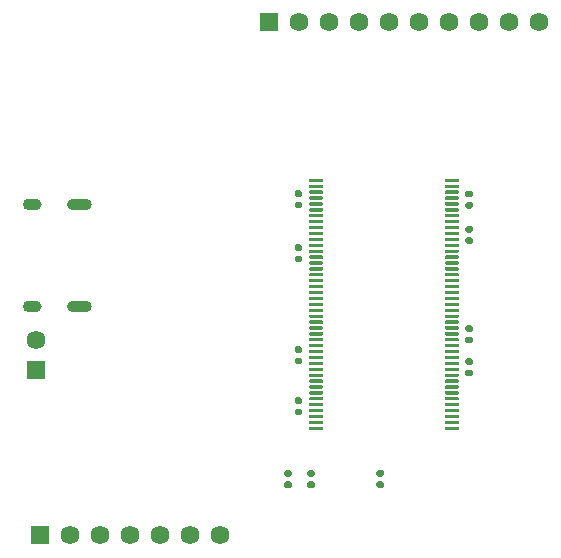
<source format=gbr>
%TF.GenerationSoftware,KiCad,Pcbnew,8.99.0-2608-ga0707285a1*%
%TF.CreationDate,2024-10-22T01:28:05-04:00*%
%TF.ProjectId,shinobi,7368696e-6f62-4692-9e6b-696361645f70,rev?*%
%TF.SameCoordinates,Original*%
%TF.FileFunction,Soldermask,Bot*%
%TF.FilePolarity,Negative*%
%FSLAX46Y46*%
G04 Gerber Fmt 4.6, Leading zero omitted, Abs format (unit mm)*
G04 Created by KiCad (PCBNEW 8.99.0-2608-ga0707285a1) date 2024-10-22 01:28:05*
%MOMM*%
%LPD*%
G01*
G04 APERTURE LIST*
%ADD10R,1.584000X1.584000*%
%ADD11C,1.584000*%
G04 APERTURE END LIST*
D10*
X147830100Y-83291600D03*
D11*
X150370100Y-83291600D03*
X152910100Y-83291600D03*
X155450100Y-83291600D03*
X157990100Y-83291600D03*
X160530100Y-83291600D03*
X163070100Y-83291600D03*
X165610100Y-83291600D03*
X168150100Y-83291600D03*
X170690100Y-83291600D03*
D10*
X128124900Y-112697400D03*
D11*
X128124900Y-110157400D03*
G36*
G01*
X127006450Y-98707400D02*
X127006450Y-98707400D01*
G75*
G02*
X127506450Y-98207400I500000J0D01*
G01*
X128106450Y-98207400D01*
G75*
G02*
X128606450Y-98707400I0J-500000D01*
G01*
X128606450Y-98707400D01*
G75*
G02*
X128106450Y-99207400I-500000J0D01*
G01*
X127506450Y-99207400D01*
G75*
G02*
X127006450Y-98707400I0J500000D01*
G01*
G37*
G36*
G01*
X127006450Y-107347400D02*
X127006450Y-107347400D01*
G75*
G02*
X127506450Y-106847400I500000J0D01*
G01*
X128106450Y-106847400D01*
G75*
G02*
X128606450Y-107347400I0J-500000D01*
G01*
X128606450Y-107347400D01*
G75*
G02*
X128106450Y-107847400I-500000J0D01*
G01*
X127506450Y-107847400D01*
G75*
G02*
X127006450Y-107347400I0J500000D01*
G01*
G37*
G36*
G01*
X130756450Y-98707400D02*
X130756450Y-98707400D01*
G75*
G02*
X131256450Y-98207400I500000J0D01*
G01*
X132356450Y-98207400D01*
G75*
G02*
X132856450Y-98707400I0J-500000D01*
G01*
X132856450Y-98707400D01*
G75*
G02*
X132356450Y-99207400I-500000J0D01*
G01*
X131256450Y-99207400D01*
G75*
G02*
X130756450Y-98707400I0J500000D01*
G01*
G37*
G36*
G01*
X130756450Y-107347400D02*
X130756450Y-107347400D01*
G75*
G02*
X131256450Y-106847400I500000J0D01*
G01*
X132356450Y-106847400D01*
G75*
G02*
X132856450Y-107347400I0J-500000D01*
G01*
X132856450Y-107347400D01*
G75*
G02*
X132356450Y-107847400I-500000J0D01*
G01*
X131256450Y-107847400D01*
G75*
G02*
X130756450Y-107347400I0J500000D01*
G01*
G37*
D10*
X128510100Y-126725600D03*
D11*
X131050100Y-126725600D03*
X133590100Y-126725600D03*
X136130100Y-126725600D03*
X138670100Y-126725600D03*
X141210100Y-126725600D03*
X143750100Y-126725600D03*
G36*
G01*
X150513100Y-103609600D02*
X150173100Y-103609600D01*
G75*
G02*
X150033100Y-103469600I0J140000D01*
G01*
X150033100Y-103189600D01*
G75*
G02*
X150173100Y-103049600I140000J0D01*
G01*
X150513100Y-103049600D01*
G75*
G02*
X150653100Y-103189600I0J-140000D01*
G01*
X150653100Y-103469600D01*
G75*
G02*
X150513100Y-103609600I-140000J0D01*
G01*
G37*
G36*
G01*
X150513100Y-102649600D02*
X150173100Y-102649600D01*
G75*
G02*
X150033100Y-102509600I0J140000D01*
G01*
X150033100Y-102229600D01*
G75*
G02*
X150173100Y-102089600I140000J0D01*
G01*
X150513100Y-102089600D01*
G75*
G02*
X150653100Y-102229600I0J-140000D01*
G01*
X150653100Y-102509600D01*
G75*
G02*
X150513100Y-102649600I-140000J0D01*
G01*
G37*
G36*
G01*
X164631100Y-111743600D02*
X164971100Y-111743600D01*
G75*
G02*
X165111100Y-111883600I0J-140000D01*
G01*
X165111100Y-112163600D01*
G75*
G02*
X164971100Y-112303600I-140000J0D01*
G01*
X164631100Y-112303600D01*
G75*
G02*
X164491100Y-112163600I0J140000D01*
G01*
X164491100Y-111883600D01*
G75*
G02*
X164631100Y-111743600I140000J0D01*
G01*
G37*
G36*
G01*
X164631100Y-112703600D02*
X164971100Y-112703600D01*
G75*
G02*
X165111100Y-112843600I0J-140000D01*
G01*
X165111100Y-113123600D01*
G75*
G02*
X164971100Y-113263600I-140000J0D01*
G01*
X164631100Y-113263600D01*
G75*
G02*
X164491100Y-113123600I0J140000D01*
G01*
X164491100Y-112843600D01*
G75*
G02*
X164631100Y-112703600I140000J0D01*
G01*
G37*
G36*
G01*
X150173100Y-97517600D02*
X150513100Y-97517600D01*
G75*
G02*
X150653100Y-97657600I0J-140000D01*
G01*
X150653100Y-97937600D01*
G75*
G02*
X150513100Y-98077600I-140000J0D01*
G01*
X150173100Y-98077600D01*
G75*
G02*
X150033100Y-97937600I0J140000D01*
G01*
X150033100Y-97657600D01*
G75*
G02*
X150173100Y-97517600I140000J0D01*
G01*
G37*
G36*
G01*
X150173100Y-98477600D02*
X150513100Y-98477600D01*
G75*
G02*
X150653100Y-98617600I0J-140000D01*
G01*
X150653100Y-98897600D01*
G75*
G02*
X150513100Y-99037600I-140000J0D01*
G01*
X150173100Y-99037600D01*
G75*
G02*
X150033100Y-98897600I0J140000D01*
G01*
X150033100Y-98617600D01*
G75*
G02*
X150173100Y-98477600I140000J0D01*
G01*
G37*
G36*
G01*
X157098100Y-121202600D02*
X157438100Y-121202600D01*
G75*
G02*
X157578100Y-121342600I0J-140000D01*
G01*
X157578100Y-121622600D01*
G75*
G02*
X157438100Y-121762600I-140000J0D01*
G01*
X157098100Y-121762600D01*
G75*
G02*
X156958100Y-121622600I0J140000D01*
G01*
X156958100Y-121342600D01*
G75*
G02*
X157098100Y-121202600I140000J0D01*
G01*
G37*
G36*
G01*
X157098100Y-122162600D02*
X157438100Y-122162600D01*
G75*
G02*
X157578100Y-122302600I0J-140000D01*
G01*
X157578100Y-122582600D01*
G75*
G02*
X157438100Y-122722600I-140000J0D01*
G01*
X157098100Y-122722600D01*
G75*
G02*
X156958100Y-122582600I0J140000D01*
G01*
X156958100Y-122302600D01*
G75*
G02*
X157098100Y-122162600I140000J0D01*
G01*
G37*
G36*
G01*
X164631100Y-108943600D02*
X164971100Y-108943600D01*
G75*
G02*
X165111100Y-109083600I0J-140000D01*
G01*
X165111100Y-109363600D01*
G75*
G02*
X164971100Y-109503600I-140000J0D01*
G01*
X164631100Y-109503600D01*
G75*
G02*
X164491100Y-109363600I0J140000D01*
G01*
X164491100Y-109083600D01*
G75*
G02*
X164631100Y-108943600I140000J0D01*
G01*
G37*
G36*
G01*
X164631100Y-109903600D02*
X164971100Y-109903600D01*
G75*
G02*
X165111100Y-110043600I0J-140000D01*
G01*
X165111100Y-110323600D01*
G75*
G02*
X164971100Y-110463600I-140000J0D01*
G01*
X164631100Y-110463600D01*
G75*
G02*
X164491100Y-110323600I0J140000D01*
G01*
X164491100Y-110043600D01*
G75*
G02*
X164631100Y-109903600I140000J0D01*
G01*
G37*
G36*
G01*
X164971100Y-102063600D02*
X164631100Y-102063600D01*
G75*
G02*
X164491100Y-101923600I0J140000D01*
G01*
X164491100Y-101643600D01*
G75*
G02*
X164631100Y-101503600I140000J0D01*
G01*
X164971100Y-101503600D01*
G75*
G02*
X165111100Y-101643600I0J-140000D01*
G01*
X165111100Y-101923600D01*
G75*
G02*
X164971100Y-102063600I-140000J0D01*
G01*
G37*
G36*
G01*
X164971100Y-101103600D02*
X164631100Y-101103600D01*
G75*
G02*
X164491100Y-100963600I0J140000D01*
G01*
X164491100Y-100683600D01*
G75*
G02*
X164631100Y-100543600I140000J0D01*
G01*
X164971100Y-100543600D01*
G75*
G02*
X165111100Y-100683600I0J-140000D01*
G01*
X165111100Y-100963600D01*
G75*
G02*
X164971100Y-101103600I-140000J0D01*
G01*
G37*
G36*
G01*
X150513100Y-116563600D02*
X150173100Y-116563600D01*
G75*
G02*
X150033100Y-116423600I0J140000D01*
G01*
X150033100Y-116143600D01*
G75*
G02*
X150173100Y-116003600I140000J0D01*
G01*
X150513100Y-116003600D01*
G75*
G02*
X150653100Y-116143600I0J-140000D01*
G01*
X150653100Y-116423600D01*
G75*
G02*
X150513100Y-116563600I-140000J0D01*
G01*
G37*
G36*
G01*
X150513100Y-115603600D02*
X150173100Y-115603600D01*
G75*
G02*
X150033100Y-115463600I0J140000D01*
G01*
X150033100Y-115183600D01*
G75*
G02*
X150173100Y-115043600I140000J0D01*
G01*
X150513100Y-115043600D01*
G75*
G02*
X150653100Y-115183600I0J-140000D01*
G01*
X150653100Y-115463600D01*
G75*
G02*
X150513100Y-115603600I-140000J0D01*
G01*
G37*
G36*
G01*
X149298100Y-121202600D02*
X149638100Y-121202600D01*
G75*
G02*
X149778100Y-121342600I0J-140000D01*
G01*
X149778100Y-121622600D01*
G75*
G02*
X149638100Y-121762600I-140000J0D01*
G01*
X149298100Y-121762600D01*
G75*
G02*
X149158100Y-121622600I0J140000D01*
G01*
X149158100Y-121342600D01*
G75*
G02*
X149298100Y-121202600I140000J0D01*
G01*
G37*
G36*
G01*
X149298100Y-122162600D02*
X149638100Y-122162600D01*
G75*
G02*
X149778100Y-122302600I0J-140000D01*
G01*
X149778100Y-122582600D01*
G75*
G02*
X149638100Y-122722600I-140000J0D01*
G01*
X149298100Y-122722600D01*
G75*
G02*
X149158100Y-122582600I0J140000D01*
G01*
X149158100Y-122302600D01*
G75*
G02*
X149298100Y-122162600I140000J0D01*
G01*
G37*
G36*
G01*
X164971100Y-99063600D02*
X164631100Y-99063600D01*
G75*
G02*
X164491100Y-98923600I0J140000D01*
G01*
X164491100Y-98643600D01*
G75*
G02*
X164631100Y-98503600I140000J0D01*
G01*
X164971100Y-98503600D01*
G75*
G02*
X165111100Y-98643600I0J-140000D01*
G01*
X165111100Y-98923600D01*
G75*
G02*
X164971100Y-99063600I-140000J0D01*
G01*
G37*
G36*
G01*
X164971100Y-98103600D02*
X164631100Y-98103600D01*
G75*
G02*
X164491100Y-97963600I0J140000D01*
G01*
X164491100Y-97683600D01*
G75*
G02*
X164631100Y-97543600I140000J0D01*
G01*
X164971100Y-97543600D01*
G75*
G02*
X165111100Y-97683600I0J-140000D01*
G01*
X165111100Y-97963600D01*
G75*
G02*
X164971100Y-98103600I-140000J0D01*
G01*
G37*
G36*
G01*
X151248100Y-121202600D02*
X151588100Y-121202600D01*
G75*
G02*
X151728100Y-121342600I0J-140000D01*
G01*
X151728100Y-121622600D01*
G75*
G02*
X151588100Y-121762600I-140000J0D01*
G01*
X151248100Y-121762600D01*
G75*
G02*
X151108100Y-121622600I0J140000D01*
G01*
X151108100Y-121342600D01*
G75*
G02*
X151248100Y-121202600I140000J0D01*
G01*
G37*
G36*
G01*
X151248100Y-122162600D02*
X151588100Y-122162600D01*
G75*
G02*
X151728100Y-122302600I0J-140000D01*
G01*
X151728100Y-122582600D01*
G75*
G02*
X151588100Y-122722600I-140000J0D01*
G01*
X151248100Y-122722600D01*
G75*
G02*
X151108100Y-122582600I0J140000D01*
G01*
X151108100Y-122302600D01*
G75*
G02*
X151248100Y-122162600I140000J0D01*
G01*
G37*
G36*
G01*
X150173100Y-110725600D02*
X150513100Y-110725600D01*
G75*
G02*
X150653100Y-110865600I0J-140000D01*
G01*
X150653100Y-111145600D01*
G75*
G02*
X150513100Y-111285600I-140000J0D01*
G01*
X150173100Y-111285600D01*
G75*
G02*
X150033100Y-111145600I0J140000D01*
G01*
X150033100Y-110865600D01*
G75*
G02*
X150173100Y-110725600I140000J0D01*
G01*
G37*
G36*
G01*
X150173100Y-111685600D02*
X150513100Y-111685600D01*
G75*
G02*
X150653100Y-111825600I0J-140000D01*
G01*
X150653100Y-112105600D01*
G75*
G02*
X150513100Y-112245600I-140000J0D01*
G01*
X150173100Y-112245600D01*
G75*
G02*
X150033100Y-112105600I0J140000D01*
G01*
X150033100Y-111825600D01*
G75*
G02*
X150173100Y-111685600I140000J0D01*
G01*
G37*
G36*
G01*
X151239850Y-117731100D02*
X151239850Y-117604100D01*
G75*
G02*
X151316050Y-117527900I76200J0D01*
G01*
X152370150Y-117527900D01*
G75*
G02*
X152446350Y-117604100I0J-76200D01*
G01*
X152446350Y-117731100D01*
G75*
G02*
X152370150Y-117807300I-76200J0D01*
G01*
X151316050Y-117807300D01*
G75*
G02*
X151239850Y-117731100I0J76200D01*
G01*
G37*
G36*
G01*
X151239850Y-117231100D02*
X151239850Y-117104100D01*
G75*
G02*
X151316050Y-117027900I76200J0D01*
G01*
X152370150Y-117027900D01*
G75*
G02*
X152446350Y-117104100I0J-76200D01*
G01*
X152446350Y-117231100D01*
G75*
G02*
X152370150Y-117307300I-76200J0D01*
G01*
X151316050Y-117307300D01*
G75*
G02*
X151239850Y-117231100I0J76200D01*
G01*
G37*
G36*
G01*
X151239850Y-116731100D02*
X151239850Y-116604100D01*
G75*
G02*
X151316050Y-116527900I76200J0D01*
G01*
X152370150Y-116527900D01*
G75*
G02*
X152446350Y-116604100I0J-76200D01*
G01*
X152446350Y-116731100D01*
G75*
G02*
X152370150Y-116807300I-76200J0D01*
G01*
X151316050Y-116807300D01*
G75*
G02*
X151239850Y-116731100I0J76200D01*
G01*
G37*
G36*
G01*
X151239850Y-116231100D02*
X151239850Y-116104100D01*
G75*
G02*
X151316050Y-116027900I76200J0D01*
G01*
X152370150Y-116027900D01*
G75*
G02*
X152446350Y-116104100I0J-76200D01*
G01*
X152446350Y-116231100D01*
G75*
G02*
X152370150Y-116307300I-76200J0D01*
G01*
X151316050Y-116307300D01*
G75*
G02*
X151239850Y-116231100I0J76200D01*
G01*
G37*
G36*
G01*
X151239850Y-115731100D02*
X151239850Y-115604100D01*
G75*
G02*
X151316050Y-115527900I76200J0D01*
G01*
X152370150Y-115527900D01*
G75*
G02*
X152446350Y-115604100I0J-76200D01*
G01*
X152446350Y-115731100D01*
G75*
G02*
X152370150Y-115807300I-76200J0D01*
G01*
X151316050Y-115807300D01*
G75*
G02*
X151239850Y-115731100I0J76200D01*
G01*
G37*
G36*
G01*
X151239850Y-115231100D02*
X151239850Y-115104100D01*
G75*
G02*
X151316050Y-115027900I76200J0D01*
G01*
X152370150Y-115027900D01*
G75*
G02*
X152446350Y-115104100I0J-76200D01*
G01*
X152446350Y-115231100D01*
G75*
G02*
X152370150Y-115307300I-76200J0D01*
G01*
X151316050Y-115307300D01*
G75*
G02*
X151239850Y-115231100I0J76200D01*
G01*
G37*
G36*
G01*
X151239850Y-114731100D02*
X151239850Y-114604100D01*
G75*
G02*
X151316050Y-114527900I76200J0D01*
G01*
X152370150Y-114527900D01*
G75*
G02*
X152446350Y-114604100I0J-76200D01*
G01*
X152446350Y-114731100D01*
G75*
G02*
X152370150Y-114807300I-76200J0D01*
G01*
X151316050Y-114807300D01*
G75*
G02*
X151239850Y-114731100I0J76200D01*
G01*
G37*
G36*
G01*
X151239850Y-114231100D02*
X151239850Y-114104100D01*
G75*
G02*
X151316050Y-114027900I76200J0D01*
G01*
X152370150Y-114027900D01*
G75*
G02*
X152446350Y-114104100I0J-76200D01*
G01*
X152446350Y-114231100D01*
G75*
G02*
X152370150Y-114307300I-76200J0D01*
G01*
X151316050Y-114307300D01*
G75*
G02*
X151239850Y-114231100I0J76200D01*
G01*
G37*
G36*
G01*
X151239850Y-113731100D02*
X151239850Y-113604100D01*
G75*
G02*
X151316050Y-113527900I76200J0D01*
G01*
X152370150Y-113527900D01*
G75*
G02*
X152446350Y-113604100I0J-76200D01*
G01*
X152446350Y-113731100D01*
G75*
G02*
X152370150Y-113807300I-76200J0D01*
G01*
X151316050Y-113807300D01*
G75*
G02*
X151239850Y-113731100I0J76200D01*
G01*
G37*
G36*
G01*
X151239850Y-113231100D02*
X151239850Y-113104100D01*
G75*
G02*
X151316050Y-113027900I76200J0D01*
G01*
X152370150Y-113027900D01*
G75*
G02*
X152446350Y-113104100I0J-76200D01*
G01*
X152446350Y-113231100D01*
G75*
G02*
X152370150Y-113307300I-76200J0D01*
G01*
X151316050Y-113307300D01*
G75*
G02*
X151239850Y-113231100I0J76200D01*
G01*
G37*
G36*
G01*
X151239850Y-112731100D02*
X151239850Y-112604100D01*
G75*
G02*
X151316050Y-112527900I76200J0D01*
G01*
X152370150Y-112527900D01*
G75*
G02*
X152446350Y-112604100I0J-76200D01*
G01*
X152446350Y-112731100D01*
G75*
G02*
X152370150Y-112807300I-76200J0D01*
G01*
X151316050Y-112807300D01*
G75*
G02*
X151239850Y-112731100I0J76200D01*
G01*
G37*
G36*
G01*
X151239850Y-112231100D02*
X151239850Y-112104100D01*
G75*
G02*
X151316050Y-112027900I76200J0D01*
G01*
X152370150Y-112027900D01*
G75*
G02*
X152446350Y-112104100I0J-76200D01*
G01*
X152446350Y-112231100D01*
G75*
G02*
X152370150Y-112307300I-76200J0D01*
G01*
X151316050Y-112307300D01*
G75*
G02*
X151239850Y-112231100I0J76200D01*
G01*
G37*
G36*
G01*
X151239850Y-111731100D02*
X151239850Y-111604100D01*
G75*
G02*
X151316050Y-111527900I76200J0D01*
G01*
X152370150Y-111527900D01*
G75*
G02*
X152446350Y-111604100I0J-76200D01*
G01*
X152446350Y-111731100D01*
G75*
G02*
X152370150Y-111807300I-76200J0D01*
G01*
X151316050Y-111807300D01*
G75*
G02*
X151239850Y-111731100I0J76200D01*
G01*
G37*
G36*
G01*
X151239850Y-111231100D02*
X151239850Y-111104100D01*
G75*
G02*
X151316050Y-111027900I76200J0D01*
G01*
X152370150Y-111027900D01*
G75*
G02*
X152446350Y-111104100I0J-76200D01*
G01*
X152446350Y-111231100D01*
G75*
G02*
X152370150Y-111307300I-76200J0D01*
G01*
X151316050Y-111307300D01*
G75*
G02*
X151239850Y-111231100I0J76200D01*
G01*
G37*
G36*
G01*
X151239850Y-110731100D02*
X151239850Y-110604100D01*
G75*
G02*
X151316050Y-110527900I76200J0D01*
G01*
X152370150Y-110527900D01*
G75*
G02*
X152446350Y-110604100I0J-76200D01*
G01*
X152446350Y-110731100D01*
G75*
G02*
X152370150Y-110807300I-76200J0D01*
G01*
X151316050Y-110807300D01*
G75*
G02*
X151239850Y-110731100I0J76200D01*
G01*
G37*
G36*
G01*
X151239850Y-110231100D02*
X151239850Y-110104100D01*
G75*
G02*
X151316050Y-110027900I76200J0D01*
G01*
X152370150Y-110027900D01*
G75*
G02*
X152446350Y-110104100I0J-76200D01*
G01*
X152446350Y-110231100D01*
G75*
G02*
X152370150Y-110307300I-76200J0D01*
G01*
X151316050Y-110307300D01*
G75*
G02*
X151239850Y-110231100I0J76200D01*
G01*
G37*
G36*
G01*
X151239850Y-109731100D02*
X151239850Y-109604100D01*
G75*
G02*
X151316050Y-109527900I76200J0D01*
G01*
X152370150Y-109527900D01*
G75*
G02*
X152446350Y-109604100I0J-76200D01*
G01*
X152446350Y-109731100D01*
G75*
G02*
X152370150Y-109807300I-76200J0D01*
G01*
X151316050Y-109807300D01*
G75*
G02*
X151239850Y-109731100I0J76200D01*
G01*
G37*
G36*
G01*
X151239850Y-109231100D02*
X151239850Y-109104100D01*
G75*
G02*
X151316050Y-109027900I76200J0D01*
G01*
X152370150Y-109027900D01*
G75*
G02*
X152446350Y-109104100I0J-76200D01*
G01*
X152446350Y-109231100D01*
G75*
G02*
X152370150Y-109307300I-76200J0D01*
G01*
X151316050Y-109307300D01*
G75*
G02*
X151239850Y-109231100I0J76200D01*
G01*
G37*
G36*
G01*
X151239850Y-108731100D02*
X151239850Y-108604100D01*
G75*
G02*
X151316050Y-108527900I76200J0D01*
G01*
X152370150Y-108527900D01*
G75*
G02*
X152446350Y-108604100I0J-76200D01*
G01*
X152446350Y-108731100D01*
G75*
G02*
X152370150Y-108807300I-76200J0D01*
G01*
X151316050Y-108807300D01*
G75*
G02*
X151239850Y-108731100I0J76200D01*
G01*
G37*
G36*
G01*
X151239850Y-108231100D02*
X151239850Y-108104100D01*
G75*
G02*
X151316050Y-108027900I76200J0D01*
G01*
X152370150Y-108027900D01*
G75*
G02*
X152446350Y-108104100I0J-76200D01*
G01*
X152446350Y-108231100D01*
G75*
G02*
X152370150Y-108307300I-76200J0D01*
G01*
X151316050Y-108307300D01*
G75*
G02*
X151239850Y-108231100I0J76200D01*
G01*
G37*
G36*
G01*
X151239850Y-107731100D02*
X151239850Y-107604100D01*
G75*
G02*
X151316050Y-107527900I76200J0D01*
G01*
X152370150Y-107527900D01*
G75*
G02*
X152446350Y-107604100I0J-76200D01*
G01*
X152446350Y-107731100D01*
G75*
G02*
X152370150Y-107807300I-76200J0D01*
G01*
X151316050Y-107807300D01*
G75*
G02*
X151239850Y-107731100I0J76200D01*
G01*
G37*
G36*
G01*
X151239850Y-107231100D02*
X151239850Y-107104100D01*
G75*
G02*
X151316050Y-107027900I76200J0D01*
G01*
X152370150Y-107027900D01*
G75*
G02*
X152446350Y-107104100I0J-76200D01*
G01*
X152446350Y-107231100D01*
G75*
G02*
X152370150Y-107307300I-76200J0D01*
G01*
X151316050Y-107307300D01*
G75*
G02*
X151239850Y-107231100I0J76200D01*
G01*
G37*
G36*
G01*
X151239850Y-106731100D02*
X151239850Y-106604100D01*
G75*
G02*
X151316050Y-106527900I76200J0D01*
G01*
X152370150Y-106527900D01*
G75*
G02*
X152446350Y-106604100I0J-76200D01*
G01*
X152446350Y-106731100D01*
G75*
G02*
X152370150Y-106807300I-76200J0D01*
G01*
X151316050Y-106807300D01*
G75*
G02*
X151239850Y-106731100I0J76200D01*
G01*
G37*
G36*
G01*
X151239850Y-106231100D02*
X151239850Y-106104100D01*
G75*
G02*
X151316050Y-106027900I76200J0D01*
G01*
X152370150Y-106027900D01*
G75*
G02*
X152446350Y-106104100I0J-76200D01*
G01*
X152446350Y-106231100D01*
G75*
G02*
X152370150Y-106307300I-76200J0D01*
G01*
X151316050Y-106307300D01*
G75*
G02*
X151239850Y-106231100I0J76200D01*
G01*
G37*
G36*
G01*
X151239850Y-105731100D02*
X151239850Y-105604100D01*
G75*
G02*
X151316050Y-105527900I76200J0D01*
G01*
X152370150Y-105527900D01*
G75*
G02*
X152446350Y-105604100I0J-76200D01*
G01*
X152446350Y-105731100D01*
G75*
G02*
X152370150Y-105807300I-76200J0D01*
G01*
X151316050Y-105807300D01*
G75*
G02*
X151239850Y-105731100I0J76200D01*
G01*
G37*
G36*
G01*
X151239850Y-105231100D02*
X151239850Y-105104100D01*
G75*
G02*
X151316050Y-105027900I76200J0D01*
G01*
X152370150Y-105027900D01*
G75*
G02*
X152446350Y-105104100I0J-76200D01*
G01*
X152446350Y-105231100D01*
G75*
G02*
X152370150Y-105307300I-76200J0D01*
G01*
X151316050Y-105307300D01*
G75*
G02*
X151239850Y-105231100I0J76200D01*
G01*
G37*
G36*
G01*
X151239850Y-104731100D02*
X151239850Y-104604100D01*
G75*
G02*
X151316050Y-104527900I76200J0D01*
G01*
X152370150Y-104527900D01*
G75*
G02*
X152446350Y-104604100I0J-76200D01*
G01*
X152446350Y-104731100D01*
G75*
G02*
X152370150Y-104807300I-76200J0D01*
G01*
X151316050Y-104807300D01*
G75*
G02*
X151239850Y-104731100I0J76200D01*
G01*
G37*
G36*
G01*
X151239850Y-104231100D02*
X151239850Y-104104100D01*
G75*
G02*
X151316050Y-104027900I76200J0D01*
G01*
X152370150Y-104027900D01*
G75*
G02*
X152446350Y-104104100I0J-76200D01*
G01*
X152446350Y-104231100D01*
G75*
G02*
X152370150Y-104307300I-76200J0D01*
G01*
X151316050Y-104307300D01*
G75*
G02*
X151239850Y-104231100I0J76200D01*
G01*
G37*
G36*
G01*
X151239850Y-103731100D02*
X151239850Y-103604100D01*
G75*
G02*
X151316050Y-103527900I76200J0D01*
G01*
X152370150Y-103527900D01*
G75*
G02*
X152446350Y-103604100I0J-76200D01*
G01*
X152446350Y-103731100D01*
G75*
G02*
X152370150Y-103807300I-76200J0D01*
G01*
X151316050Y-103807300D01*
G75*
G02*
X151239850Y-103731100I0J76200D01*
G01*
G37*
G36*
G01*
X151239850Y-103231100D02*
X151239850Y-103104100D01*
G75*
G02*
X151316050Y-103027900I76200J0D01*
G01*
X152370150Y-103027900D01*
G75*
G02*
X152446350Y-103104100I0J-76200D01*
G01*
X152446350Y-103231100D01*
G75*
G02*
X152370150Y-103307300I-76200J0D01*
G01*
X151316050Y-103307300D01*
G75*
G02*
X151239850Y-103231100I0J76200D01*
G01*
G37*
G36*
G01*
X151239850Y-102731100D02*
X151239850Y-102604100D01*
G75*
G02*
X151316050Y-102527900I76200J0D01*
G01*
X152370150Y-102527900D01*
G75*
G02*
X152446350Y-102604100I0J-76200D01*
G01*
X152446350Y-102731100D01*
G75*
G02*
X152370150Y-102807300I-76200J0D01*
G01*
X151316050Y-102807300D01*
G75*
G02*
X151239850Y-102731100I0J76200D01*
G01*
G37*
G36*
G01*
X151239850Y-102231100D02*
X151239850Y-102104100D01*
G75*
G02*
X151316050Y-102027900I76200J0D01*
G01*
X152370150Y-102027900D01*
G75*
G02*
X152446350Y-102104100I0J-76200D01*
G01*
X152446350Y-102231100D01*
G75*
G02*
X152370150Y-102307300I-76200J0D01*
G01*
X151316050Y-102307300D01*
G75*
G02*
X151239850Y-102231100I0J76200D01*
G01*
G37*
G36*
G01*
X151239850Y-101731100D02*
X151239850Y-101604100D01*
G75*
G02*
X151316050Y-101527900I76200J0D01*
G01*
X152370150Y-101527900D01*
G75*
G02*
X152446350Y-101604100I0J-76200D01*
G01*
X152446350Y-101731100D01*
G75*
G02*
X152370150Y-101807300I-76200J0D01*
G01*
X151316050Y-101807300D01*
G75*
G02*
X151239850Y-101731100I0J76200D01*
G01*
G37*
G36*
G01*
X151239850Y-101231100D02*
X151239850Y-101104100D01*
G75*
G02*
X151316050Y-101027900I76200J0D01*
G01*
X152370150Y-101027900D01*
G75*
G02*
X152446350Y-101104100I0J-76200D01*
G01*
X152446350Y-101231100D01*
G75*
G02*
X152370150Y-101307300I-76200J0D01*
G01*
X151316050Y-101307300D01*
G75*
G02*
X151239850Y-101231100I0J76200D01*
G01*
G37*
G36*
G01*
X151239850Y-100731100D02*
X151239850Y-100604100D01*
G75*
G02*
X151316050Y-100527900I76200J0D01*
G01*
X152370150Y-100527900D01*
G75*
G02*
X152446350Y-100604100I0J-76200D01*
G01*
X152446350Y-100731100D01*
G75*
G02*
X152370150Y-100807300I-76200J0D01*
G01*
X151316050Y-100807300D01*
G75*
G02*
X151239850Y-100731100I0J76200D01*
G01*
G37*
G36*
G01*
X151239850Y-100231100D02*
X151239850Y-100104100D01*
G75*
G02*
X151316050Y-100027900I76200J0D01*
G01*
X152370150Y-100027900D01*
G75*
G02*
X152446350Y-100104100I0J-76200D01*
G01*
X152446350Y-100231100D01*
G75*
G02*
X152370150Y-100307300I-76200J0D01*
G01*
X151316050Y-100307300D01*
G75*
G02*
X151239850Y-100231100I0J76200D01*
G01*
G37*
G36*
G01*
X151239850Y-99731100D02*
X151239850Y-99604100D01*
G75*
G02*
X151316050Y-99527900I76200J0D01*
G01*
X152370150Y-99527900D01*
G75*
G02*
X152446350Y-99604100I0J-76200D01*
G01*
X152446350Y-99731100D01*
G75*
G02*
X152370150Y-99807300I-76200J0D01*
G01*
X151316050Y-99807300D01*
G75*
G02*
X151239850Y-99731100I0J76200D01*
G01*
G37*
G36*
G01*
X151239850Y-99231100D02*
X151239850Y-99104100D01*
G75*
G02*
X151316050Y-99027900I76200J0D01*
G01*
X152370150Y-99027900D01*
G75*
G02*
X152446350Y-99104100I0J-76200D01*
G01*
X152446350Y-99231100D01*
G75*
G02*
X152370150Y-99307300I-76200J0D01*
G01*
X151316050Y-99307300D01*
G75*
G02*
X151239850Y-99231100I0J76200D01*
G01*
G37*
G36*
G01*
X151239850Y-98731100D02*
X151239850Y-98604100D01*
G75*
G02*
X151316050Y-98527900I76200J0D01*
G01*
X152370150Y-98527900D01*
G75*
G02*
X152446350Y-98604100I0J-76200D01*
G01*
X152446350Y-98731100D01*
G75*
G02*
X152370150Y-98807300I-76200J0D01*
G01*
X151316050Y-98807300D01*
G75*
G02*
X151239850Y-98731100I0J76200D01*
G01*
G37*
G36*
G01*
X151239850Y-98231100D02*
X151239850Y-98104100D01*
G75*
G02*
X151316050Y-98027900I76200J0D01*
G01*
X152370150Y-98027900D01*
G75*
G02*
X152446350Y-98104100I0J-76200D01*
G01*
X152446350Y-98231100D01*
G75*
G02*
X152370150Y-98307300I-76200J0D01*
G01*
X151316050Y-98307300D01*
G75*
G02*
X151239850Y-98231100I0J76200D01*
G01*
G37*
G36*
G01*
X151239850Y-97731100D02*
X151239850Y-97604100D01*
G75*
G02*
X151316050Y-97527900I76200J0D01*
G01*
X152370150Y-97527900D01*
G75*
G02*
X152446350Y-97604100I0J-76200D01*
G01*
X152446350Y-97731100D01*
G75*
G02*
X152370150Y-97807300I-76200J0D01*
G01*
X151316050Y-97807300D01*
G75*
G02*
X151239850Y-97731100I0J76200D01*
G01*
G37*
G36*
G01*
X151239850Y-97231100D02*
X151239850Y-97104100D01*
G75*
G02*
X151316050Y-97027900I76200J0D01*
G01*
X152370150Y-97027900D01*
G75*
G02*
X152446350Y-97104100I0J-76200D01*
G01*
X152446350Y-97231100D01*
G75*
G02*
X152370150Y-97307300I-76200J0D01*
G01*
X151316050Y-97307300D01*
G75*
G02*
X151239850Y-97231100I0J76200D01*
G01*
G37*
G36*
G01*
X151239850Y-96731100D02*
X151239850Y-96604100D01*
G75*
G02*
X151316050Y-96527900I76200J0D01*
G01*
X152370150Y-96527900D01*
G75*
G02*
X152446350Y-96604100I0J-76200D01*
G01*
X152446350Y-96731100D01*
G75*
G02*
X152370150Y-96807300I-76200J0D01*
G01*
X151316050Y-96807300D01*
G75*
G02*
X151239850Y-96731100I0J76200D01*
G01*
G37*
G36*
G01*
X162739850Y-96731100D02*
X162739850Y-96604100D01*
G75*
G02*
X162816050Y-96527900I76200J0D01*
G01*
X163870150Y-96527900D01*
G75*
G02*
X163946350Y-96604100I0J-76200D01*
G01*
X163946350Y-96731100D01*
G75*
G02*
X163870150Y-96807300I-76200J0D01*
G01*
X162816050Y-96807300D01*
G75*
G02*
X162739850Y-96731100I0J76200D01*
G01*
G37*
G36*
G01*
X162739850Y-97231100D02*
X162739850Y-97104100D01*
G75*
G02*
X162816050Y-97027900I76200J0D01*
G01*
X163870150Y-97027900D01*
G75*
G02*
X163946350Y-97104100I0J-76200D01*
G01*
X163946350Y-97231100D01*
G75*
G02*
X163870150Y-97307300I-76200J0D01*
G01*
X162816050Y-97307300D01*
G75*
G02*
X162739850Y-97231100I0J76200D01*
G01*
G37*
G36*
G01*
X162739850Y-97731100D02*
X162739850Y-97604100D01*
G75*
G02*
X162816050Y-97527900I76200J0D01*
G01*
X163870150Y-97527900D01*
G75*
G02*
X163946350Y-97604100I0J-76200D01*
G01*
X163946350Y-97731100D01*
G75*
G02*
X163870150Y-97807300I-76200J0D01*
G01*
X162816050Y-97807300D01*
G75*
G02*
X162739850Y-97731100I0J76200D01*
G01*
G37*
G36*
G01*
X162739850Y-98231100D02*
X162739850Y-98104100D01*
G75*
G02*
X162816050Y-98027900I76200J0D01*
G01*
X163870150Y-98027900D01*
G75*
G02*
X163946350Y-98104100I0J-76200D01*
G01*
X163946350Y-98231100D01*
G75*
G02*
X163870150Y-98307300I-76200J0D01*
G01*
X162816050Y-98307300D01*
G75*
G02*
X162739850Y-98231100I0J76200D01*
G01*
G37*
G36*
G01*
X162739850Y-98731100D02*
X162739850Y-98604100D01*
G75*
G02*
X162816050Y-98527900I76200J0D01*
G01*
X163870150Y-98527900D01*
G75*
G02*
X163946350Y-98604100I0J-76200D01*
G01*
X163946350Y-98731100D01*
G75*
G02*
X163870150Y-98807300I-76200J0D01*
G01*
X162816050Y-98807300D01*
G75*
G02*
X162739850Y-98731100I0J76200D01*
G01*
G37*
G36*
G01*
X162739850Y-99231100D02*
X162739850Y-99104100D01*
G75*
G02*
X162816050Y-99027900I76200J0D01*
G01*
X163870150Y-99027900D01*
G75*
G02*
X163946350Y-99104100I0J-76200D01*
G01*
X163946350Y-99231100D01*
G75*
G02*
X163870150Y-99307300I-76200J0D01*
G01*
X162816050Y-99307300D01*
G75*
G02*
X162739850Y-99231100I0J76200D01*
G01*
G37*
G36*
G01*
X162739850Y-99731100D02*
X162739850Y-99604100D01*
G75*
G02*
X162816050Y-99527900I76200J0D01*
G01*
X163870150Y-99527900D01*
G75*
G02*
X163946350Y-99604100I0J-76200D01*
G01*
X163946350Y-99731100D01*
G75*
G02*
X163870150Y-99807300I-76200J0D01*
G01*
X162816050Y-99807300D01*
G75*
G02*
X162739850Y-99731100I0J76200D01*
G01*
G37*
G36*
G01*
X162739850Y-100231100D02*
X162739850Y-100104100D01*
G75*
G02*
X162816050Y-100027900I76200J0D01*
G01*
X163870150Y-100027900D01*
G75*
G02*
X163946350Y-100104100I0J-76200D01*
G01*
X163946350Y-100231100D01*
G75*
G02*
X163870150Y-100307300I-76200J0D01*
G01*
X162816050Y-100307300D01*
G75*
G02*
X162739850Y-100231100I0J76200D01*
G01*
G37*
G36*
G01*
X162739850Y-100731100D02*
X162739850Y-100604100D01*
G75*
G02*
X162816050Y-100527900I76200J0D01*
G01*
X163870150Y-100527900D01*
G75*
G02*
X163946350Y-100604100I0J-76200D01*
G01*
X163946350Y-100731100D01*
G75*
G02*
X163870150Y-100807300I-76200J0D01*
G01*
X162816050Y-100807300D01*
G75*
G02*
X162739850Y-100731100I0J76200D01*
G01*
G37*
G36*
G01*
X162739850Y-101231100D02*
X162739850Y-101104100D01*
G75*
G02*
X162816050Y-101027900I76200J0D01*
G01*
X163870150Y-101027900D01*
G75*
G02*
X163946350Y-101104100I0J-76200D01*
G01*
X163946350Y-101231100D01*
G75*
G02*
X163870150Y-101307300I-76200J0D01*
G01*
X162816050Y-101307300D01*
G75*
G02*
X162739850Y-101231100I0J76200D01*
G01*
G37*
G36*
G01*
X162739850Y-101731100D02*
X162739850Y-101604100D01*
G75*
G02*
X162816050Y-101527900I76200J0D01*
G01*
X163870150Y-101527900D01*
G75*
G02*
X163946350Y-101604100I0J-76200D01*
G01*
X163946350Y-101731100D01*
G75*
G02*
X163870150Y-101807300I-76200J0D01*
G01*
X162816050Y-101807300D01*
G75*
G02*
X162739850Y-101731100I0J76200D01*
G01*
G37*
G36*
G01*
X162739850Y-102231100D02*
X162739850Y-102104100D01*
G75*
G02*
X162816050Y-102027900I76200J0D01*
G01*
X163870150Y-102027900D01*
G75*
G02*
X163946350Y-102104100I0J-76200D01*
G01*
X163946350Y-102231100D01*
G75*
G02*
X163870150Y-102307300I-76200J0D01*
G01*
X162816050Y-102307300D01*
G75*
G02*
X162739850Y-102231100I0J76200D01*
G01*
G37*
G36*
G01*
X162739850Y-102731100D02*
X162739850Y-102604100D01*
G75*
G02*
X162816050Y-102527900I76200J0D01*
G01*
X163870150Y-102527900D01*
G75*
G02*
X163946350Y-102604100I0J-76200D01*
G01*
X163946350Y-102731100D01*
G75*
G02*
X163870150Y-102807300I-76200J0D01*
G01*
X162816050Y-102807300D01*
G75*
G02*
X162739850Y-102731100I0J76200D01*
G01*
G37*
G36*
G01*
X162739850Y-103231100D02*
X162739850Y-103104100D01*
G75*
G02*
X162816050Y-103027900I76200J0D01*
G01*
X163870150Y-103027900D01*
G75*
G02*
X163946350Y-103104100I0J-76200D01*
G01*
X163946350Y-103231100D01*
G75*
G02*
X163870150Y-103307300I-76200J0D01*
G01*
X162816050Y-103307300D01*
G75*
G02*
X162739850Y-103231100I0J76200D01*
G01*
G37*
G36*
G01*
X162739850Y-103731100D02*
X162739850Y-103604100D01*
G75*
G02*
X162816050Y-103527900I76200J0D01*
G01*
X163870150Y-103527900D01*
G75*
G02*
X163946350Y-103604100I0J-76200D01*
G01*
X163946350Y-103731100D01*
G75*
G02*
X163870150Y-103807300I-76200J0D01*
G01*
X162816050Y-103807300D01*
G75*
G02*
X162739850Y-103731100I0J76200D01*
G01*
G37*
G36*
G01*
X162739850Y-104231100D02*
X162739850Y-104104100D01*
G75*
G02*
X162816050Y-104027900I76200J0D01*
G01*
X163870150Y-104027900D01*
G75*
G02*
X163946350Y-104104100I0J-76200D01*
G01*
X163946350Y-104231100D01*
G75*
G02*
X163870150Y-104307300I-76200J0D01*
G01*
X162816050Y-104307300D01*
G75*
G02*
X162739850Y-104231100I0J76200D01*
G01*
G37*
G36*
G01*
X162739850Y-104731100D02*
X162739850Y-104604100D01*
G75*
G02*
X162816050Y-104527900I76200J0D01*
G01*
X163870150Y-104527900D01*
G75*
G02*
X163946350Y-104604100I0J-76200D01*
G01*
X163946350Y-104731100D01*
G75*
G02*
X163870150Y-104807300I-76200J0D01*
G01*
X162816050Y-104807300D01*
G75*
G02*
X162739850Y-104731100I0J76200D01*
G01*
G37*
G36*
G01*
X162739850Y-105231100D02*
X162739850Y-105104100D01*
G75*
G02*
X162816050Y-105027900I76200J0D01*
G01*
X163870150Y-105027900D01*
G75*
G02*
X163946350Y-105104100I0J-76200D01*
G01*
X163946350Y-105231100D01*
G75*
G02*
X163870150Y-105307300I-76200J0D01*
G01*
X162816050Y-105307300D01*
G75*
G02*
X162739850Y-105231100I0J76200D01*
G01*
G37*
G36*
G01*
X162739850Y-105731100D02*
X162739850Y-105604100D01*
G75*
G02*
X162816050Y-105527900I76200J0D01*
G01*
X163870150Y-105527900D01*
G75*
G02*
X163946350Y-105604100I0J-76200D01*
G01*
X163946350Y-105731100D01*
G75*
G02*
X163870150Y-105807300I-76200J0D01*
G01*
X162816050Y-105807300D01*
G75*
G02*
X162739850Y-105731100I0J76200D01*
G01*
G37*
G36*
G01*
X162739850Y-106231100D02*
X162739850Y-106104100D01*
G75*
G02*
X162816050Y-106027900I76200J0D01*
G01*
X163870150Y-106027900D01*
G75*
G02*
X163946350Y-106104100I0J-76200D01*
G01*
X163946350Y-106231100D01*
G75*
G02*
X163870150Y-106307300I-76200J0D01*
G01*
X162816050Y-106307300D01*
G75*
G02*
X162739850Y-106231100I0J76200D01*
G01*
G37*
G36*
G01*
X162739850Y-106731100D02*
X162739850Y-106604100D01*
G75*
G02*
X162816050Y-106527900I76200J0D01*
G01*
X163870150Y-106527900D01*
G75*
G02*
X163946350Y-106604100I0J-76200D01*
G01*
X163946350Y-106731100D01*
G75*
G02*
X163870150Y-106807300I-76200J0D01*
G01*
X162816050Y-106807300D01*
G75*
G02*
X162739850Y-106731100I0J76200D01*
G01*
G37*
G36*
G01*
X162739850Y-107231100D02*
X162739850Y-107104100D01*
G75*
G02*
X162816050Y-107027900I76200J0D01*
G01*
X163870150Y-107027900D01*
G75*
G02*
X163946350Y-107104100I0J-76200D01*
G01*
X163946350Y-107231100D01*
G75*
G02*
X163870150Y-107307300I-76200J0D01*
G01*
X162816050Y-107307300D01*
G75*
G02*
X162739850Y-107231100I0J76200D01*
G01*
G37*
G36*
G01*
X162739850Y-107731100D02*
X162739850Y-107604100D01*
G75*
G02*
X162816050Y-107527900I76200J0D01*
G01*
X163870150Y-107527900D01*
G75*
G02*
X163946350Y-107604100I0J-76200D01*
G01*
X163946350Y-107731100D01*
G75*
G02*
X163870150Y-107807300I-76200J0D01*
G01*
X162816050Y-107807300D01*
G75*
G02*
X162739850Y-107731100I0J76200D01*
G01*
G37*
G36*
G01*
X162739850Y-108231100D02*
X162739850Y-108104100D01*
G75*
G02*
X162816050Y-108027900I76200J0D01*
G01*
X163870150Y-108027900D01*
G75*
G02*
X163946350Y-108104100I0J-76200D01*
G01*
X163946350Y-108231100D01*
G75*
G02*
X163870150Y-108307300I-76200J0D01*
G01*
X162816050Y-108307300D01*
G75*
G02*
X162739850Y-108231100I0J76200D01*
G01*
G37*
G36*
G01*
X162739850Y-108731100D02*
X162739850Y-108604100D01*
G75*
G02*
X162816050Y-108527900I76200J0D01*
G01*
X163870150Y-108527900D01*
G75*
G02*
X163946350Y-108604100I0J-76200D01*
G01*
X163946350Y-108731100D01*
G75*
G02*
X163870150Y-108807300I-76200J0D01*
G01*
X162816050Y-108807300D01*
G75*
G02*
X162739850Y-108731100I0J76200D01*
G01*
G37*
G36*
G01*
X162739850Y-109231100D02*
X162739850Y-109104100D01*
G75*
G02*
X162816050Y-109027900I76200J0D01*
G01*
X163870150Y-109027900D01*
G75*
G02*
X163946350Y-109104100I0J-76200D01*
G01*
X163946350Y-109231100D01*
G75*
G02*
X163870150Y-109307300I-76200J0D01*
G01*
X162816050Y-109307300D01*
G75*
G02*
X162739850Y-109231100I0J76200D01*
G01*
G37*
G36*
G01*
X162739850Y-109731100D02*
X162739850Y-109604100D01*
G75*
G02*
X162816050Y-109527900I76200J0D01*
G01*
X163870150Y-109527900D01*
G75*
G02*
X163946350Y-109604100I0J-76200D01*
G01*
X163946350Y-109731100D01*
G75*
G02*
X163870150Y-109807300I-76200J0D01*
G01*
X162816050Y-109807300D01*
G75*
G02*
X162739850Y-109731100I0J76200D01*
G01*
G37*
G36*
G01*
X162739850Y-110231100D02*
X162739850Y-110104100D01*
G75*
G02*
X162816050Y-110027900I76200J0D01*
G01*
X163870150Y-110027900D01*
G75*
G02*
X163946350Y-110104100I0J-76200D01*
G01*
X163946350Y-110231100D01*
G75*
G02*
X163870150Y-110307300I-76200J0D01*
G01*
X162816050Y-110307300D01*
G75*
G02*
X162739850Y-110231100I0J76200D01*
G01*
G37*
G36*
G01*
X162739850Y-110731100D02*
X162739850Y-110604100D01*
G75*
G02*
X162816050Y-110527900I76200J0D01*
G01*
X163870150Y-110527900D01*
G75*
G02*
X163946350Y-110604100I0J-76200D01*
G01*
X163946350Y-110731100D01*
G75*
G02*
X163870150Y-110807300I-76200J0D01*
G01*
X162816050Y-110807300D01*
G75*
G02*
X162739850Y-110731100I0J76200D01*
G01*
G37*
G36*
G01*
X162739850Y-111231100D02*
X162739850Y-111104100D01*
G75*
G02*
X162816050Y-111027900I76200J0D01*
G01*
X163870150Y-111027900D01*
G75*
G02*
X163946350Y-111104100I0J-76200D01*
G01*
X163946350Y-111231100D01*
G75*
G02*
X163870150Y-111307300I-76200J0D01*
G01*
X162816050Y-111307300D01*
G75*
G02*
X162739850Y-111231100I0J76200D01*
G01*
G37*
G36*
G01*
X162739850Y-111731100D02*
X162739850Y-111604100D01*
G75*
G02*
X162816050Y-111527900I76200J0D01*
G01*
X163870150Y-111527900D01*
G75*
G02*
X163946350Y-111604100I0J-76200D01*
G01*
X163946350Y-111731100D01*
G75*
G02*
X163870150Y-111807300I-76200J0D01*
G01*
X162816050Y-111807300D01*
G75*
G02*
X162739850Y-111731100I0J76200D01*
G01*
G37*
G36*
G01*
X162739850Y-112231100D02*
X162739850Y-112104100D01*
G75*
G02*
X162816050Y-112027900I76200J0D01*
G01*
X163870150Y-112027900D01*
G75*
G02*
X163946350Y-112104100I0J-76200D01*
G01*
X163946350Y-112231100D01*
G75*
G02*
X163870150Y-112307300I-76200J0D01*
G01*
X162816050Y-112307300D01*
G75*
G02*
X162739850Y-112231100I0J76200D01*
G01*
G37*
G36*
G01*
X162739850Y-112731100D02*
X162739850Y-112604100D01*
G75*
G02*
X162816050Y-112527900I76200J0D01*
G01*
X163870150Y-112527900D01*
G75*
G02*
X163946350Y-112604100I0J-76200D01*
G01*
X163946350Y-112731100D01*
G75*
G02*
X163870150Y-112807300I-76200J0D01*
G01*
X162816050Y-112807300D01*
G75*
G02*
X162739850Y-112731100I0J76200D01*
G01*
G37*
G36*
G01*
X162739850Y-113231100D02*
X162739850Y-113104100D01*
G75*
G02*
X162816050Y-113027900I76200J0D01*
G01*
X163870150Y-113027900D01*
G75*
G02*
X163946350Y-113104100I0J-76200D01*
G01*
X163946350Y-113231100D01*
G75*
G02*
X163870150Y-113307300I-76200J0D01*
G01*
X162816050Y-113307300D01*
G75*
G02*
X162739850Y-113231100I0J76200D01*
G01*
G37*
G36*
G01*
X162739850Y-113731100D02*
X162739850Y-113604100D01*
G75*
G02*
X162816050Y-113527900I76200J0D01*
G01*
X163870150Y-113527900D01*
G75*
G02*
X163946350Y-113604100I0J-76200D01*
G01*
X163946350Y-113731100D01*
G75*
G02*
X163870150Y-113807300I-76200J0D01*
G01*
X162816050Y-113807300D01*
G75*
G02*
X162739850Y-113731100I0J76200D01*
G01*
G37*
G36*
G01*
X162739850Y-114231100D02*
X162739850Y-114104100D01*
G75*
G02*
X162816050Y-114027900I76200J0D01*
G01*
X163870150Y-114027900D01*
G75*
G02*
X163946350Y-114104100I0J-76200D01*
G01*
X163946350Y-114231100D01*
G75*
G02*
X163870150Y-114307300I-76200J0D01*
G01*
X162816050Y-114307300D01*
G75*
G02*
X162739850Y-114231100I0J76200D01*
G01*
G37*
G36*
G01*
X162739850Y-114731100D02*
X162739850Y-114604100D01*
G75*
G02*
X162816050Y-114527900I76200J0D01*
G01*
X163870150Y-114527900D01*
G75*
G02*
X163946350Y-114604100I0J-76200D01*
G01*
X163946350Y-114731100D01*
G75*
G02*
X163870150Y-114807300I-76200J0D01*
G01*
X162816050Y-114807300D01*
G75*
G02*
X162739850Y-114731100I0J76200D01*
G01*
G37*
G36*
G01*
X162739850Y-115231100D02*
X162739850Y-115104100D01*
G75*
G02*
X162816050Y-115027900I76200J0D01*
G01*
X163870150Y-115027900D01*
G75*
G02*
X163946350Y-115104100I0J-76200D01*
G01*
X163946350Y-115231100D01*
G75*
G02*
X163870150Y-115307300I-76200J0D01*
G01*
X162816050Y-115307300D01*
G75*
G02*
X162739850Y-115231100I0J76200D01*
G01*
G37*
G36*
G01*
X162739850Y-115731100D02*
X162739850Y-115604100D01*
G75*
G02*
X162816050Y-115527900I76200J0D01*
G01*
X163870150Y-115527900D01*
G75*
G02*
X163946350Y-115604100I0J-76200D01*
G01*
X163946350Y-115731100D01*
G75*
G02*
X163870150Y-115807300I-76200J0D01*
G01*
X162816050Y-115807300D01*
G75*
G02*
X162739850Y-115731100I0J76200D01*
G01*
G37*
G36*
G01*
X162739850Y-116231100D02*
X162739850Y-116104100D01*
G75*
G02*
X162816050Y-116027900I76200J0D01*
G01*
X163870150Y-116027900D01*
G75*
G02*
X163946350Y-116104100I0J-76200D01*
G01*
X163946350Y-116231100D01*
G75*
G02*
X163870150Y-116307300I-76200J0D01*
G01*
X162816050Y-116307300D01*
G75*
G02*
X162739850Y-116231100I0J76200D01*
G01*
G37*
G36*
G01*
X162739850Y-116731100D02*
X162739850Y-116604100D01*
G75*
G02*
X162816050Y-116527900I76200J0D01*
G01*
X163870150Y-116527900D01*
G75*
G02*
X163946350Y-116604100I0J-76200D01*
G01*
X163946350Y-116731100D01*
G75*
G02*
X163870150Y-116807300I-76200J0D01*
G01*
X162816050Y-116807300D01*
G75*
G02*
X162739850Y-116731100I0J76200D01*
G01*
G37*
G36*
G01*
X162739850Y-117231100D02*
X162739850Y-117104100D01*
G75*
G02*
X162816050Y-117027900I76200J0D01*
G01*
X163870150Y-117027900D01*
G75*
G02*
X163946350Y-117104100I0J-76200D01*
G01*
X163946350Y-117231100D01*
G75*
G02*
X163870150Y-117307300I-76200J0D01*
G01*
X162816050Y-117307300D01*
G75*
G02*
X162739850Y-117231100I0J76200D01*
G01*
G37*
G36*
G01*
X162739850Y-117731100D02*
X162739850Y-117604100D01*
G75*
G02*
X162816050Y-117527900I76200J0D01*
G01*
X163870150Y-117527900D01*
G75*
G02*
X163946350Y-117604100I0J-76200D01*
G01*
X163946350Y-117731100D01*
G75*
G02*
X163870150Y-117807300I-76200J0D01*
G01*
X162816050Y-117807300D01*
G75*
G02*
X162739850Y-117731100I0J76200D01*
G01*
G37*
M02*

</source>
